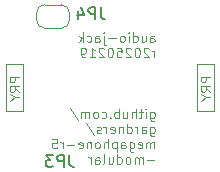
<source format=gbo>
G04 #@! TF.GenerationSoftware,KiCad,Pcbnew,9.0.1+1*
G04 #@! TF.CreationDate,2025-11-11T14:39:31+00:00*
G04 #@! TF.ProjectId,audio-jack,61756469-6f2d-46a6-9163-6b2e6b696361,rev?*
G04 #@! TF.SameCoordinates,Original*
G04 #@! TF.FileFunction,Legend,Bot*
G04 #@! TF.FilePolarity,Positive*
%FSLAX46Y46*%
G04 Gerber Fmt 4.6, Leading zero omitted, Abs format (unit mm)*
G04 Created by KiCad (PCBNEW 9.0.1+1) date 2025-11-11 14:39:31*
%MOMM*%
%LPD*%
G01*
G04 APERTURE LIST*
%ADD10C,0.100000*%
%ADD11C,0.150000*%
%ADD12C,0.120000*%
%ADD13C,1.900000*%
%ADD14R,2.000000X2.540000*%
G04 APERTURE END LIST*
D10*
X50556033Y-32865224D02*
X50556033Y-32446176D01*
X50556033Y-32446176D02*
X50594128Y-32369986D01*
X50594128Y-32369986D02*
X50670319Y-32331890D01*
X50670319Y-32331890D02*
X50822700Y-32331890D01*
X50822700Y-32331890D02*
X50898890Y-32369986D01*
X50556033Y-32827129D02*
X50632224Y-32865224D01*
X50632224Y-32865224D02*
X50822700Y-32865224D01*
X50822700Y-32865224D02*
X50898890Y-32827129D01*
X50898890Y-32827129D02*
X50936986Y-32750938D01*
X50936986Y-32750938D02*
X50936986Y-32674748D01*
X50936986Y-32674748D02*
X50898890Y-32598557D01*
X50898890Y-32598557D02*
X50822700Y-32560462D01*
X50822700Y-32560462D02*
X50632224Y-32560462D01*
X50632224Y-32560462D02*
X50556033Y-32522367D01*
X49832223Y-32331890D02*
X49832223Y-32865224D01*
X50175080Y-32331890D02*
X50175080Y-32750938D01*
X50175080Y-32750938D02*
X50136985Y-32827129D01*
X50136985Y-32827129D02*
X50060795Y-32865224D01*
X50060795Y-32865224D02*
X49946509Y-32865224D01*
X49946509Y-32865224D02*
X49870318Y-32827129D01*
X49870318Y-32827129D02*
X49832223Y-32789033D01*
X49108413Y-32865224D02*
X49108413Y-32065224D01*
X49108413Y-32827129D02*
X49184604Y-32865224D01*
X49184604Y-32865224D02*
X49336985Y-32865224D01*
X49336985Y-32865224D02*
X49413175Y-32827129D01*
X49413175Y-32827129D02*
X49451270Y-32789033D01*
X49451270Y-32789033D02*
X49489366Y-32712843D01*
X49489366Y-32712843D02*
X49489366Y-32484271D01*
X49489366Y-32484271D02*
X49451270Y-32408081D01*
X49451270Y-32408081D02*
X49413175Y-32369986D01*
X49413175Y-32369986D02*
X49336985Y-32331890D01*
X49336985Y-32331890D02*
X49184604Y-32331890D01*
X49184604Y-32331890D02*
X49108413Y-32369986D01*
X48727460Y-32865224D02*
X48727460Y-32331890D01*
X48727460Y-32065224D02*
X48765556Y-32103319D01*
X48765556Y-32103319D02*
X48727460Y-32141414D01*
X48727460Y-32141414D02*
X48689365Y-32103319D01*
X48689365Y-32103319D02*
X48727460Y-32065224D01*
X48727460Y-32065224D02*
X48727460Y-32141414D01*
X48232223Y-32865224D02*
X48308413Y-32827129D01*
X48308413Y-32827129D02*
X48346508Y-32789033D01*
X48346508Y-32789033D02*
X48384604Y-32712843D01*
X48384604Y-32712843D02*
X48384604Y-32484271D01*
X48384604Y-32484271D02*
X48346508Y-32408081D01*
X48346508Y-32408081D02*
X48308413Y-32369986D01*
X48308413Y-32369986D02*
X48232223Y-32331890D01*
X48232223Y-32331890D02*
X48117937Y-32331890D01*
X48117937Y-32331890D02*
X48041746Y-32369986D01*
X48041746Y-32369986D02*
X48003651Y-32408081D01*
X48003651Y-32408081D02*
X47965556Y-32484271D01*
X47965556Y-32484271D02*
X47965556Y-32712843D01*
X47965556Y-32712843D02*
X48003651Y-32789033D01*
X48003651Y-32789033D02*
X48041746Y-32827129D01*
X48041746Y-32827129D02*
X48117937Y-32865224D01*
X48117937Y-32865224D02*
X48232223Y-32865224D01*
X47622698Y-32560462D02*
X47013175Y-32560462D01*
X46632222Y-32331890D02*
X46632222Y-33017605D01*
X46632222Y-33017605D02*
X46670318Y-33093795D01*
X46670318Y-33093795D02*
X46746508Y-33131890D01*
X46746508Y-33131890D02*
X46784603Y-33131890D01*
X46632222Y-32065224D02*
X46670318Y-32103319D01*
X46670318Y-32103319D02*
X46632222Y-32141414D01*
X46632222Y-32141414D02*
X46594127Y-32103319D01*
X46594127Y-32103319D02*
X46632222Y-32065224D01*
X46632222Y-32065224D02*
X46632222Y-32141414D01*
X45908413Y-32865224D02*
X45908413Y-32446176D01*
X45908413Y-32446176D02*
X45946508Y-32369986D01*
X45946508Y-32369986D02*
X46022699Y-32331890D01*
X46022699Y-32331890D02*
X46175080Y-32331890D01*
X46175080Y-32331890D02*
X46251270Y-32369986D01*
X45908413Y-32827129D02*
X45984604Y-32865224D01*
X45984604Y-32865224D02*
X46175080Y-32865224D01*
X46175080Y-32865224D02*
X46251270Y-32827129D01*
X46251270Y-32827129D02*
X46289366Y-32750938D01*
X46289366Y-32750938D02*
X46289366Y-32674748D01*
X46289366Y-32674748D02*
X46251270Y-32598557D01*
X46251270Y-32598557D02*
X46175080Y-32560462D01*
X46175080Y-32560462D02*
X45984604Y-32560462D01*
X45984604Y-32560462D02*
X45908413Y-32522367D01*
X45184603Y-32827129D02*
X45260794Y-32865224D01*
X45260794Y-32865224D02*
X45413175Y-32865224D01*
X45413175Y-32865224D02*
X45489365Y-32827129D01*
X45489365Y-32827129D02*
X45527460Y-32789033D01*
X45527460Y-32789033D02*
X45565556Y-32712843D01*
X45565556Y-32712843D02*
X45565556Y-32484271D01*
X45565556Y-32484271D02*
X45527460Y-32408081D01*
X45527460Y-32408081D02*
X45489365Y-32369986D01*
X45489365Y-32369986D02*
X45413175Y-32331890D01*
X45413175Y-32331890D02*
X45260794Y-32331890D01*
X45260794Y-32331890D02*
X45184603Y-32369986D01*
X44841746Y-32865224D02*
X44841746Y-32065224D01*
X44765556Y-32560462D02*
X44536984Y-32865224D01*
X44536984Y-32331890D02*
X44841746Y-32636652D01*
X50898890Y-34153179D02*
X50898890Y-33619845D01*
X50898890Y-33772226D02*
X50860795Y-33696036D01*
X50860795Y-33696036D02*
X50822700Y-33657941D01*
X50822700Y-33657941D02*
X50746509Y-33619845D01*
X50746509Y-33619845D02*
X50670319Y-33619845D01*
X50441748Y-33429369D02*
X50403652Y-33391274D01*
X50403652Y-33391274D02*
X50327462Y-33353179D01*
X50327462Y-33353179D02*
X50136986Y-33353179D01*
X50136986Y-33353179D02*
X50060795Y-33391274D01*
X50060795Y-33391274D02*
X50022700Y-33429369D01*
X50022700Y-33429369D02*
X49984605Y-33505560D01*
X49984605Y-33505560D02*
X49984605Y-33581750D01*
X49984605Y-33581750D02*
X50022700Y-33696036D01*
X50022700Y-33696036D02*
X50479843Y-34153179D01*
X50479843Y-34153179D02*
X49984605Y-34153179D01*
X49489366Y-33353179D02*
X49413176Y-33353179D01*
X49413176Y-33353179D02*
X49336985Y-33391274D01*
X49336985Y-33391274D02*
X49298890Y-33429369D01*
X49298890Y-33429369D02*
X49260795Y-33505560D01*
X49260795Y-33505560D02*
X49222700Y-33657941D01*
X49222700Y-33657941D02*
X49222700Y-33848417D01*
X49222700Y-33848417D02*
X49260795Y-34000798D01*
X49260795Y-34000798D02*
X49298890Y-34076988D01*
X49298890Y-34076988D02*
X49336985Y-34115084D01*
X49336985Y-34115084D02*
X49413176Y-34153179D01*
X49413176Y-34153179D02*
X49489366Y-34153179D01*
X49489366Y-34153179D02*
X49565557Y-34115084D01*
X49565557Y-34115084D02*
X49603652Y-34076988D01*
X49603652Y-34076988D02*
X49641747Y-34000798D01*
X49641747Y-34000798D02*
X49679843Y-33848417D01*
X49679843Y-33848417D02*
X49679843Y-33657941D01*
X49679843Y-33657941D02*
X49641747Y-33505560D01*
X49641747Y-33505560D02*
X49603652Y-33429369D01*
X49603652Y-33429369D02*
X49565557Y-33391274D01*
X49565557Y-33391274D02*
X49489366Y-33353179D01*
X48917938Y-33429369D02*
X48879842Y-33391274D01*
X48879842Y-33391274D02*
X48803652Y-33353179D01*
X48803652Y-33353179D02*
X48613176Y-33353179D01*
X48613176Y-33353179D02*
X48536985Y-33391274D01*
X48536985Y-33391274D02*
X48498890Y-33429369D01*
X48498890Y-33429369D02*
X48460795Y-33505560D01*
X48460795Y-33505560D02*
X48460795Y-33581750D01*
X48460795Y-33581750D02*
X48498890Y-33696036D01*
X48498890Y-33696036D02*
X48956033Y-34153179D01*
X48956033Y-34153179D02*
X48460795Y-34153179D01*
X47736985Y-33353179D02*
X48117937Y-33353179D01*
X48117937Y-33353179D02*
X48156033Y-33734131D01*
X48156033Y-33734131D02*
X48117937Y-33696036D01*
X48117937Y-33696036D02*
X48041747Y-33657941D01*
X48041747Y-33657941D02*
X47851271Y-33657941D01*
X47851271Y-33657941D02*
X47775080Y-33696036D01*
X47775080Y-33696036D02*
X47736985Y-33734131D01*
X47736985Y-33734131D02*
X47698890Y-33810322D01*
X47698890Y-33810322D02*
X47698890Y-34000798D01*
X47698890Y-34000798D02*
X47736985Y-34076988D01*
X47736985Y-34076988D02*
X47775080Y-34115084D01*
X47775080Y-34115084D02*
X47851271Y-34153179D01*
X47851271Y-34153179D02*
X48041747Y-34153179D01*
X48041747Y-34153179D02*
X48117937Y-34115084D01*
X48117937Y-34115084D02*
X48156033Y-34076988D01*
X47203651Y-33353179D02*
X47127461Y-33353179D01*
X47127461Y-33353179D02*
X47051270Y-33391274D01*
X47051270Y-33391274D02*
X47013175Y-33429369D01*
X47013175Y-33429369D02*
X46975080Y-33505560D01*
X46975080Y-33505560D02*
X46936985Y-33657941D01*
X46936985Y-33657941D02*
X46936985Y-33848417D01*
X46936985Y-33848417D02*
X46975080Y-34000798D01*
X46975080Y-34000798D02*
X47013175Y-34076988D01*
X47013175Y-34076988D02*
X47051270Y-34115084D01*
X47051270Y-34115084D02*
X47127461Y-34153179D01*
X47127461Y-34153179D02*
X47203651Y-34153179D01*
X47203651Y-34153179D02*
X47279842Y-34115084D01*
X47279842Y-34115084D02*
X47317937Y-34076988D01*
X47317937Y-34076988D02*
X47356032Y-34000798D01*
X47356032Y-34000798D02*
X47394128Y-33848417D01*
X47394128Y-33848417D02*
X47394128Y-33657941D01*
X47394128Y-33657941D02*
X47356032Y-33505560D01*
X47356032Y-33505560D02*
X47317937Y-33429369D01*
X47317937Y-33429369D02*
X47279842Y-33391274D01*
X47279842Y-33391274D02*
X47203651Y-33353179D01*
X46632223Y-33429369D02*
X46594127Y-33391274D01*
X46594127Y-33391274D02*
X46517937Y-33353179D01*
X46517937Y-33353179D02*
X46327461Y-33353179D01*
X46327461Y-33353179D02*
X46251270Y-33391274D01*
X46251270Y-33391274D02*
X46213175Y-33429369D01*
X46213175Y-33429369D02*
X46175080Y-33505560D01*
X46175080Y-33505560D02*
X46175080Y-33581750D01*
X46175080Y-33581750D02*
X46213175Y-33696036D01*
X46213175Y-33696036D02*
X46670318Y-34153179D01*
X46670318Y-34153179D02*
X46175080Y-34153179D01*
X45413175Y-34153179D02*
X45870318Y-34153179D01*
X45641746Y-34153179D02*
X45641746Y-33353179D01*
X45641746Y-33353179D02*
X45717937Y-33467464D01*
X45717937Y-33467464D02*
X45794127Y-33543655D01*
X45794127Y-33543655D02*
X45870318Y-33581750D01*
X45032222Y-34153179D02*
X44879841Y-34153179D01*
X44879841Y-34153179D02*
X44803651Y-34115084D01*
X44803651Y-34115084D02*
X44765555Y-34076988D01*
X44765555Y-34076988D02*
X44689365Y-33962703D01*
X44689365Y-33962703D02*
X44651270Y-33810322D01*
X44651270Y-33810322D02*
X44651270Y-33505560D01*
X44651270Y-33505560D02*
X44689365Y-33429369D01*
X44689365Y-33429369D02*
X44727460Y-33391274D01*
X44727460Y-33391274D02*
X44803651Y-33353179D01*
X44803651Y-33353179D02*
X44956032Y-33353179D01*
X44956032Y-33353179D02*
X45032222Y-33391274D01*
X45032222Y-33391274D02*
X45070317Y-33429369D01*
X45070317Y-33429369D02*
X45108413Y-33505560D01*
X45108413Y-33505560D02*
X45108413Y-33696036D01*
X45108413Y-33696036D02*
X45070317Y-33772226D01*
X45070317Y-33772226D02*
X45032222Y-33810322D01*
X45032222Y-33810322D02*
X44956032Y-33848417D01*
X44956032Y-33848417D02*
X44803651Y-33848417D01*
X44803651Y-33848417D02*
X44727460Y-33810322D01*
X44727460Y-33810322D02*
X44689365Y-33772226D01*
X44689365Y-33772226D02*
X44651270Y-33696036D01*
X50556033Y-38771665D02*
X50556033Y-39419284D01*
X50556033Y-39419284D02*
X50594128Y-39495475D01*
X50594128Y-39495475D02*
X50632224Y-39533570D01*
X50632224Y-39533570D02*
X50708414Y-39571665D01*
X50708414Y-39571665D02*
X50822700Y-39571665D01*
X50822700Y-39571665D02*
X50898890Y-39533570D01*
X50556033Y-39266904D02*
X50632224Y-39304999D01*
X50632224Y-39304999D02*
X50784605Y-39304999D01*
X50784605Y-39304999D02*
X50860795Y-39266904D01*
X50860795Y-39266904D02*
X50898890Y-39228808D01*
X50898890Y-39228808D02*
X50936986Y-39152618D01*
X50936986Y-39152618D02*
X50936986Y-38924046D01*
X50936986Y-38924046D02*
X50898890Y-38847856D01*
X50898890Y-38847856D02*
X50860795Y-38809761D01*
X50860795Y-38809761D02*
X50784605Y-38771665D01*
X50784605Y-38771665D02*
X50632224Y-38771665D01*
X50632224Y-38771665D02*
X50556033Y-38809761D01*
X50175080Y-39304999D02*
X50175080Y-38771665D01*
X50175080Y-38504999D02*
X50213176Y-38543094D01*
X50213176Y-38543094D02*
X50175080Y-38581189D01*
X50175080Y-38581189D02*
X50136985Y-38543094D01*
X50136985Y-38543094D02*
X50175080Y-38504999D01*
X50175080Y-38504999D02*
X50175080Y-38581189D01*
X49908414Y-38771665D02*
X49603652Y-38771665D01*
X49794128Y-38504999D02*
X49794128Y-39190713D01*
X49794128Y-39190713D02*
X49756033Y-39266904D01*
X49756033Y-39266904D02*
X49679843Y-39304999D01*
X49679843Y-39304999D02*
X49603652Y-39304999D01*
X49336985Y-39304999D02*
X49336985Y-38504999D01*
X48994128Y-39304999D02*
X48994128Y-38885951D01*
X48994128Y-38885951D02*
X49032223Y-38809761D01*
X49032223Y-38809761D02*
X49108414Y-38771665D01*
X49108414Y-38771665D02*
X49222700Y-38771665D01*
X49222700Y-38771665D02*
X49298890Y-38809761D01*
X49298890Y-38809761D02*
X49336985Y-38847856D01*
X48270318Y-38771665D02*
X48270318Y-39304999D01*
X48613175Y-38771665D02*
X48613175Y-39190713D01*
X48613175Y-39190713D02*
X48575080Y-39266904D01*
X48575080Y-39266904D02*
X48498890Y-39304999D01*
X48498890Y-39304999D02*
X48384604Y-39304999D01*
X48384604Y-39304999D02*
X48308413Y-39266904D01*
X48308413Y-39266904D02*
X48270318Y-39228808D01*
X47889365Y-39304999D02*
X47889365Y-38504999D01*
X47889365Y-38809761D02*
X47813175Y-38771665D01*
X47813175Y-38771665D02*
X47660794Y-38771665D01*
X47660794Y-38771665D02*
X47584603Y-38809761D01*
X47584603Y-38809761D02*
X47546508Y-38847856D01*
X47546508Y-38847856D02*
X47508413Y-38924046D01*
X47508413Y-38924046D02*
X47508413Y-39152618D01*
X47508413Y-39152618D02*
X47546508Y-39228808D01*
X47546508Y-39228808D02*
X47584603Y-39266904D01*
X47584603Y-39266904D02*
X47660794Y-39304999D01*
X47660794Y-39304999D02*
X47813175Y-39304999D01*
X47813175Y-39304999D02*
X47889365Y-39266904D01*
X47165555Y-39228808D02*
X47127460Y-39266904D01*
X47127460Y-39266904D02*
X47165555Y-39304999D01*
X47165555Y-39304999D02*
X47203651Y-39266904D01*
X47203651Y-39266904D02*
X47165555Y-39228808D01*
X47165555Y-39228808D02*
X47165555Y-39304999D01*
X46441746Y-39266904D02*
X46517937Y-39304999D01*
X46517937Y-39304999D02*
X46670318Y-39304999D01*
X46670318Y-39304999D02*
X46746508Y-39266904D01*
X46746508Y-39266904D02*
X46784603Y-39228808D01*
X46784603Y-39228808D02*
X46822699Y-39152618D01*
X46822699Y-39152618D02*
X46822699Y-38924046D01*
X46822699Y-38924046D02*
X46784603Y-38847856D01*
X46784603Y-38847856D02*
X46746508Y-38809761D01*
X46746508Y-38809761D02*
X46670318Y-38771665D01*
X46670318Y-38771665D02*
X46517937Y-38771665D01*
X46517937Y-38771665D02*
X46441746Y-38809761D01*
X45984604Y-39304999D02*
X46060794Y-39266904D01*
X46060794Y-39266904D02*
X46098889Y-39228808D01*
X46098889Y-39228808D02*
X46136985Y-39152618D01*
X46136985Y-39152618D02*
X46136985Y-38924046D01*
X46136985Y-38924046D02*
X46098889Y-38847856D01*
X46098889Y-38847856D02*
X46060794Y-38809761D01*
X46060794Y-38809761D02*
X45984604Y-38771665D01*
X45984604Y-38771665D02*
X45870318Y-38771665D01*
X45870318Y-38771665D02*
X45794127Y-38809761D01*
X45794127Y-38809761D02*
X45756032Y-38847856D01*
X45756032Y-38847856D02*
X45717937Y-38924046D01*
X45717937Y-38924046D02*
X45717937Y-39152618D01*
X45717937Y-39152618D02*
X45756032Y-39228808D01*
X45756032Y-39228808D02*
X45794127Y-39266904D01*
X45794127Y-39266904D02*
X45870318Y-39304999D01*
X45870318Y-39304999D02*
X45984604Y-39304999D01*
X45375079Y-39304999D02*
X45375079Y-38771665D01*
X45375079Y-38847856D02*
X45336984Y-38809761D01*
X45336984Y-38809761D02*
X45260794Y-38771665D01*
X45260794Y-38771665D02*
X45146508Y-38771665D01*
X45146508Y-38771665D02*
X45070317Y-38809761D01*
X45070317Y-38809761D02*
X45032222Y-38885951D01*
X45032222Y-38885951D02*
X45032222Y-39304999D01*
X45032222Y-38885951D02*
X44994127Y-38809761D01*
X44994127Y-38809761D02*
X44917936Y-38771665D01*
X44917936Y-38771665D02*
X44803651Y-38771665D01*
X44803651Y-38771665D02*
X44727460Y-38809761D01*
X44727460Y-38809761D02*
X44689365Y-38885951D01*
X44689365Y-38885951D02*
X44689365Y-39304999D01*
X43736984Y-38466904D02*
X44422698Y-39495475D01*
X50556033Y-40059620D02*
X50556033Y-40707239D01*
X50556033Y-40707239D02*
X50594128Y-40783430D01*
X50594128Y-40783430D02*
X50632224Y-40821525D01*
X50632224Y-40821525D02*
X50708414Y-40859620D01*
X50708414Y-40859620D02*
X50822700Y-40859620D01*
X50822700Y-40859620D02*
X50898890Y-40821525D01*
X50556033Y-40554859D02*
X50632224Y-40592954D01*
X50632224Y-40592954D02*
X50784605Y-40592954D01*
X50784605Y-40592954D02*
X50860795Y-40554859D01*
X50860795Y-40554859D02*
X50898890Y-40516763D01*
X50898890Y-40516763D02*
X50936986Y-40440573D01*
X50936986Y-40440573D02*
X50936986Y-40212001D01*
X50936986Y-40212001D02*
X50898890Y-40135811D01*
X50898890Y-40135811D02*
X50860795Y-40097716D01*
X50860795Y-40097716D02*
X50784605Y-40059620D01*
X50784605Y-40059620D02*
X50632224Y-40059620D01*
X50632224Y-40059620D02*
X50556033Y-40097716D01*
X49832223Y-40592954D02*
X49832223Y-40173906D01*
X49832223Y-40173906D02*
X49870318Y-40097716D01*
X49870318Y-40097716D02*
X49946509Y-40059620D01*
X49946509Y-40059620D02*
X50098890Y-40059620D01*
X50098890Y-40059620D02*
X50175080Y-40097716D01*
X49832223Y-40554859D02*
X49908414Y-40592954D01*
X49908414Y-40592954D02*
X50098890Y-40592954D01*
X50098890Y-40592954D02*
X50175080Y-40554859D01*
X50175080Y-40554859D02*
X50213176Y-40478668D01*
X50213176Y-40478668D02*
X50213176Y-40402478D01*
X50213176Y-40402478D02*
X50175080Y-40326287D01*
X50175080Y-40326287D02*
X50098890Y-40288192D01*
X50098890Y-40288192D02*
X49908414Y-40288192D01*
X49908414Y-40288192D02*
X49832223Y-40250097D01*
X49451270Y-40592954D02*
X49451270Y-40059620D01*
X49451270Y-40212001D02*
X49413175Y-40135811D01*
X49413175Y-40135811D02*
X49375080Y-40097716D01*
X49375080Y-40097716D02*
X49298889Y-40059620D01*
X49298889Y-40059620D02*
X49222699Y-40059620D01*
X48613175Y-40592954D02*
X48613175Y-39792954D01*
X48613175Y-40554859D02*
X48689366Y-40592954D01*
X48689366Y-40592954D02*
X48841747Y-40592954D01*
X48841747Y-40592954D02*
X48917937Y-40554859D01*
X48917937Y-40554859D02*
X48956032Y-40516763D01*
X48956032Y-40516763D02*
X48994128Y-40440573D01*
X48994128Y-40440573D02*
X48994128Y-40212001D01*
X48994128Y-40212001D02*
X48956032Y-40135811D01*
X48956032Y-40135811D02*
X48917937Y-40097716D01*
X48917937Y-40097716D02*
X48841747Y-40059620D01*
X48841747Y-40059620D02*
X48689366Y-40059620D01*
X48689366Y-40059620D02*
X48613175Y-40097716D01*
X48232222Y-40059620D02*
X48232222Y-40592954D01*
X48232222Y-40135811D02*
X48194127Y-40097716D01*
X48194127Y-40097716D02*
X48117937Y-40059620D01*
X48117937Y-40059620D02*
X48003651Y-40059620D01*
X48003651Y-40059620D02*
X47927460Y-40097716D01*
X47927460Y-40097716D02*
X47889365Y-40173906D01*
X47889365Y-40173906D02*
X47889365Y-40592954D01*
X47203650Y-40554859D02*
X47279841Y-40592954D01*
X47279841Y-40592954D02*
X47432222Y-40592954D01*
X47432222Y-40592954D02*
X47508412Y-40554859D01*
X47508412Y-40554859D02*
X47546508Y-40478668D01*
X47546508Y-40478668D02*
X47546508Y-40173906D01*
X47546508Y-40173906D02*
X47508412Y-40097716D01*
X47508412Y-40097716D02*
X47432222Y-40059620D01*
X47432222Y-40059620D02*
X47279841Y-40059620D01*
X47279841Y-40059620D02*
X47203650Y-40097716D01*
X47203650Y-40097716D02*
X47165555Y-40173906D01*
X47165555Y-40173906D02*
X47165555Y-40250097D01*
X47165555Y-40250097D02*
X47546508Y-40326287D01*
X46822698Y-40592954D02*
X46822698Y-40059620D01*
X46822698Y-40212001D02*
X46784603Y-40135811D01*
X46784603Y-40135811D02*
X46746508Y-40097716D01*
X46746508Y-40097716D02*
X46670317Y-40059620D01*
X46670317Y-40059620D02*
X46594127Y-40059620D01*
X46365556Y-40554859D02*
X46289365Y-40592954D01*
X46289365Y-40592954D02*
X46136984Y-40592954D01*
X46136984Y-40592954D02*
X46060794Y-40554859D01*
X46060794Y-40554859D02*
X46022698Y-40478668D01*
X46022698Y-40478668D02*
X46022698Y-40440573D01*
X46022698Y-40440573D02*
X46060794Y-40364382D01*
X46060794Y-40364382D02*
X46136984Y-40326287D01*
X46136984Y-40326287D02*
X46251270Y-40326287D01*
X46251270Y-40326287D02*
X46327460Y-40288192D01*
X46327460Y-40288192D02*
X46365556Y-40212001D01*
X46365556Y-40212001D02*
X46365556Y-40173906D01*
X46365556Y-40173906D02*
X46327460Y-40097716D01*
X46327460Y-40097716D02*
X46251270Y-40059620D01*
X46251270Y-40059620D02*
X46136984Y-40059620D01*
X46136984Y-40059620D02*
X46060794Y-40097716D01*
X45108413Y-39754859D02*
X45794127Y-40783430D01*
X50898890Y-41880909D02*
X50898890Y-41347575D01*
X50898890Y-41423766D02*
X50860795Y-41385671D01*
X50860795Y-41385671D02*
X50784605Y-41347575D01*
X50784605Y-41347575D02*
X50670319Y-41347575D01*
X50670319Y-41347575D02*
X50594128Y-41385671D01*
X50594128Y-41385671D02*
X50556033Y-41461861D01*
X50556033Y-41461861D02*
X50556033Y-41880909D01*
X50556033Y-41461861D02*
X50517938Y-41385671D01*
X50517938Y-41385671D02*
X50441747Y-41347575D01*
X50441747Y-41347575D02*
X50327462Y-41347575D01*
X50327462Y-41347575D02*
X50251271Y-41385671D01*
X50251271Y-41385671D02*
X50213176Y-41461861D01*
X50213176Y-41461861D02*
X50213176Y-41880909D01*
X49527461Y-41842814D02*
X49603652Y-41880909D01*
X49603652Y-41880909D02*
X49756033Y-41880909D01*
X49756033Y-41880909D02*
X49832223Y-41842814D01*
X49832223Y-41842814D02*
X49870319Y-41766623D01*
X49870319Y-41766623D02*
X49870319Y-41461861D01*
X49870319Y-41461861D02*
X49832223Y-41385671D01*
X49832223Y-41385671D02*
X49756033Y-41347575D01*
X49756033Y-41347575D02*
X49603652Y-41347575D01*
X49603652Y-41347575D02*
X49527461Y-41385671D01*
X49527461Y-41385671D02*
X49489366Y-41461861D01*
X49489366Y-41461861D02*
X49489366Y-41538052D01*
X49489366Y-41538052D02*
X49870319Y-41614242D01*
X48803652Y-41347575D02*
X48803652Y-41995194D01*
X48803652Y-41995194D02*
X48841747Y-42071385D01*
X48841747Y-42071385D02*
X48879843Y-42109480D01*
X48879843Y-42109480D02*
X48956033Y-42147575D01*
X48956033Y-42147575D02*
X49070319Y-42147575D01*
X49070319Y-42147575D02*
X49146509Y-42109480D01*
X48803652Y-41842814D02*
X48879843Y-41880909D01*
X48879843Y-41880909D02*
X49032224Y-41880909D01*
X49032224Y-41880909D02*
X49108414Y-41842814D01*
X49108414Y-41842814D02*
X49146509Y-41804718D01*
X49146509Y-41804718D02*
X49184605Y-41728528D01*
X49184605Y-41728528D02*
X49184605Y-41499956D01*
X49184605Y-41499956D02*
X49146509Y-41423766D01*
X49146509Y-41423766D02*
X49108414Y-41385671D01*
X49108414Y-41385671D02*
X49032224Y-41347575D01*
X49032224Y-41347575D02*
X48879843Y-41347575D01*
X48879843Y-41347575D02*
X48803652Y-41385671D01*
X48079842Y-41880909D02*
X48079842Y-41461861D01*
X48079842Y-41461861D02*
X48117937Y-41385671D01*
X48117937Y-41385671D02*
X48194128Y-41347575D01*
X48194128Y-41347575D02*
X48346509Y-41347575D01*
X48346509Y-41347575D02*
X48422699Y-41385671D01*
X48079842Y-41842814D02*
X48156033Y-41880909D01*
X48156033Y-41880909D02*
X48346509Y-41880909D01*
X48346509Y-41880909D02*
X48422699Y-41842814D01*
X48422699Y-41842814D02*
X48460795Y-41766623D01*
X48460795Y-41766623D02*
X48460795Y-41690433D01*
X48460795Y-41690433D02*
X48422699Y-41614242D01*
X48422699Y-41614242D02*
X48346509Y-41576147D01*
X48346509Y-41576147D02*
X48156033Y-41576147D01*
X48156033Y-41576147D02*
X48079842Y-41538052D01*
X47698889Y-41347575D02*
X47698889Y-42147575D01*
X47698889Y-41385671D02*
X47622699Y-41347575D01*
X47622699Y-41347575D02*
X47470318Y-41347575D01*
X47470318Y-41347575D02*
X47394127Y-41385671D01*
X47394127Y-41385671D02*
X47356032Y-41423766D01*
X47356032Y-41423766D02*
X47317937Y-41499956D01*
X47317937Y-41499956D02*
X47317937Y-41728528D01*
X47317937Y-41728528D02*
X47356032Y-41804718D01*
X47356032Y-41804718D02*
X47394127Y-41842814D01*
X47394127Y-41842814D02*
X47470318Y-41880909D01*
X47470318Y-41880909D02*
X47622699Y-41880909D01*
X47622699Y-41880909D02*
X47698889Y-41842814D01*
X46975079Y-41880909D02*
X46975079Y-41080909D01*
X46632222Y-41880909D02*
X46632222Y-41461861D01*
X46632222Y-41461861D02*
X46670317Y-41385671D01*
X46670317Y-41385671D02*
X46746508Y-41347575D01*
X46746508Y-41347575D02*
X46860794Y-41347575D01*
X46860794Y-41347575D02*
X46936984Y-41385671D01*
X46936984Y-41385671D02*
X46975079Y-41423766D01*
X46136984Y-41880909D02*
X46213174Y-41842814D01*
X46213174Y-41842814D02*
X46251269Y-41804718D01*
X46251269Y-41804718D02*
X46289365Y-41728528D01*
X46289365Y-41728528D02*
X46289365Y-41499956D01*
X46289365Y-41499956D02*
X46251269Y-41423766D01*
X46251269Y-41423766D02*
X46213174Y-41385671D01*
X46213174Y-41385671D02*
X46136984Y-41347575D01*
X46136984Y-41347575D02*
X46022698Y-41347575D01*
X46022698Y-41347575D02*
X45946507Y-41385671D01*
X45946507Y-41385671D02*
X45908412Y-41423766D01*
X45908412Y-41423766D02*
X45870317Y-41499956D01*
X45870317Y-41499956D02*
X45870317Y-41728528D01*
X45870317Y-41728528D02*
X45908412Y-41804718D01*
X45908412Y-41804718D02*
X45946507Y-41842814D01*
X45946507Y-41842814D02*
X46022698Y-41880909D01*
X46022698Y-41880909D02*
X46136984Y-41880909D01*
X45527459Y-41347575D02*
X45527459Y-41880909D01*
X45527459Y-41423766D02*
X45489364Y-41385671D01*
X45489364Y-41385671D02*
X45413174Y-41347575D01*
X45413174Y-41347575D02*
X45298888Y-41347575D01*
X45298888Y-41347575D02*
X45222697Y-41385671D01*
X45222697Y-41385671D02*
X45184602Y-41461861D01*
X45184602Y-41461861D02*
X45184602Y-41880909D01*
X44498887Y-41842814D02*
X44575078Y-41880909D01*
X44575078Y-41880909D02*
X44727459Y-41880909D01*
X44727459Y-41880909D02*
X44803649Y-41842814D01*
X44803649Y-41842814D02*
X44841745Y-41766623D01*
X44841745Y-41766623D02*
X44841745Y-41461861D01*
X44841745Y-41461861D02*
X44803649Y-41385671D01*
X44803649Y-41385671D02*
X44727459Y-41347575D01*
X44727459Y-41347575D02*
X44575078Y-41347575D01*
X44575078Y-41347575D02*
X44498887Y-41385671D01*
X44498887Y-41385671D02*
X44460792Y-41461861D01*
X44460792Y-41461861D02*
X44460792Y-41538052D01*
X44460792Y-41538052D02*
X44841745Y-41614242D01*
X44117935Y-41576147D02*
X43508412Y-41576147D01*
X43127459Y-41880909D02*
X43127459Y-41347575D01*
X43127459Y-41499956D02*
X43089364Y-41423766D01*
X43089364Y-41423766D02*
X43051269Y-41385671D01*
X43051269Y-41385671D02*
X42975078Y-41347575D01*
X42975078Y-41347575D02*
X42898888Y-41347575D01*
X42251269Y-41080909D02*
X42632221Y-41080909D01*
X42632221Y-41080909D02*
X42670317Y-41461861D01*
X42670317Y-41461861D02*
X42632221Y-41423766D01*
X42632221Y-41423766D02*
X42556031Y-41385671D01*
X42556031Y-41385671D02*
X42365555Y-41385671D01*
X42365555Y-41385671D02*
X42289364Y-41423766D01*
X42289364Y-41423766D02*
X42251269Y-41461861D01*
X42251269Y-41461861D02*
X42213174Y-41538052D01*
X42213174Y-41538052D02*
X42213174Y-41728528D01*
X42213174Y-41728528D02*
X42251269Y-41804718D01*
X42251269Y-41804718D02*
X42289364Y-41842814D01*
X42289364Y-41842814D02*
X42365555Y-41880909D01*
X42365555Y-41880909D02*
X42556031Y-41880909D01*
X42556031Y-41880909D02*
X42632221Y-41842814D01*
X42632221Y-41842814D02*
X42670317Y-41804718D01*
X50898890Y-42864102D02*
X50289367Y-42864102D01*
X49908414Y-43168864D02*
X49908414Y-42635530D01*
X49908414Y-42711721D02*
X49870319Y-42673626D01*
X49870319Y-42673626D02*
X49794129Y-42635530D01*
X49794129Y-42635530D02*
X49679843Y-42635530D01*
X49679843Y-42635530D02*
X49603652Y-42673626D01*
X49603652Y-42673626D02*
X49565557Y-42749816D01*
X49565557Y-42749816D02*
X49565557Y-43168864D01*
X49565557Y-42749816D02*
X49527462Y-42673626D01*
X49527462Y-42673626D02*
X49451271Y-42635530D01*
X49451271Y-42635530D02*
X49336986Y-42635530D01*
X49336986Y-42635530D02*
X49260795Y-42673626D01*
X49260795Y-42673626D02*
X49222700Y-42749816D01*
X49222700Y-42749816D02*
X49222700Y-43168864D01*
X48727462Y-43168864D02*
X48803652Y-43130769D01*
X48803652Y-43130769D02*
X48841747Y-43092673D01*
X48841747Y-43092673D02*
X48879843Y-43016483D01*
X48879843Y-43016483D02*
X48879843Y-42787911D01*
X48879843Y-42787911D02*
X48841747Y-42711721D01*
X48841747Y-42711721D02*
X48803652Y-42673626D01*
X48803652Y-42673626D02*
X48727462Y-42635530D01*
X48727462Y-42635530D02*
X48613176Y-42635530D01*
X48613176Y-42635530D02*
X48536985Y-42673626D01*
X48536985Y-42673626D02*
X48498890Y-42711721D01*
X48498890Y-42711721D02*
X48460795Y-42787911D01*
X48460795Y-42787911D02*
X48460795Y-43016483D01*
X48460795Y-43016483D02*
X48498890Y-43092673D01*
X48498890Y-43092673D02*
X48536985Y-43130769D01*
X48536985Y-43130769D02*
X48613176Y-43168864D01*
X48613176Y-43168864D02*
X48727462Y-43168864D01*
X47775080Y-43168864D02*
X47775080Y-42368864D01*
X47775080Y-43130769D02*
X47851271Y-43168864D01*
X47851271Y-43168864D02*
X48003652Y-43168864D01*
X48003652Y-43168864D02*
X48079842Y-43130769D01*
X48079842Y-43130769D02*
X48117937Y-43092673D01*
X48117937Y-43092673D02*
X48156033Y-43016483D01*
X48156033Y-43016483D02*
X48156033Y-42787911D01*
X48156033Y-42787911D02*
X48117937Y-42711721D01*
X48117937Y-42711721D02*
X48079842Y-42673626D01*
X48079842Y-42673626D02*
X48003652Y-42635530D01*
X48003652Y-42635530D02*
X47851271Y-42635530D01*
X47851271Y-42635530D02*
X47775080Y-42673626D01*
X47051270Y-42635530D02*
X47051270Y-43168864D01*
X47394127Y-42635530D02*
X47394127Y-43054578D01*
X47394127Y-43054578D02*
X47356032Y-43130769D01*
X47356032Y-43130769D02*
X47279842Y-43168864D01*
X47279842Y-43168864D02*
X47165556Y-43168864D01*
X47165556Y-43168864D02*
X47089365Y-43130769D01*
X47089365Y-43130769D02*
X47051270Y-43092673D01*
X46556032Y-43168864D02*
X46632222Y-43130769D01*
X46632222Y-43130769D02*
X46670317Y-43054578D01*
X46670317Y-43054578D02*
X46670317Y-42368864D01*
X45908412Y-43168864D02*
X45908412Y-42749816D01*
X45908412Y-42749816D02*
X45946507Y-42673626D01*
X45946507Y-42673626D02*
X46022698Y-42635530D01*
X46022698Y-42635530D02*
X46175079Y-42635530D01*
X46175079Y-42635530D02*
X46251269Y-42673626D01*
X45908412Y-43130769D02*
X45984603Y-43168864D01*
X45984603Y-43168864D02*
X46175079Y-43168864D01*
X46175079Y-43168864D02*
X46251269Y-43130769D01*
X46251269Y-43130769D02*
X46289365Y-43054578D01*
X46289365Y-43054578D02*
X46289365Y-42978388D01*
X46289365Y-42978388D02*
X46251269Y-42902197D01*
X46251269Y-42902197D02*
X46175079Y-42864102D01*
X46175079Y-42864102D02*
X45984603Y-42864102D01*
X45984603Y-42864102D02*
X45908412Y-42826007D01*
X45527459Y-43168864D02*
X45527459Y-42635530D01*
X45527459Y-42787911D02*
X45489364Y-42711721D01*
X45489364Y-42711721D02*
X45451269Y-42673626D01*
X45451269Y-42673626D02*
X45375078Y-42635530D01*
X45375078Y-42635530D02*
X45298888Y-42635530D01*
D11*
X43708489Y-42456788D02*
X43708489Y-43171073D01*
X43708489Y-43171073D02*
X43756108Y-43313930D01*
X43756108Y-43313930D02*
X43851346Y-43409169D01*
X43851346Y-43409169D02*
X43994203Y-43456788D01*
X43994203Y-43456788D02*
X44089441Y-43456788D01*
X43232298Y-43456788D02*
X43232298Y-42456788D01*
X43232298Y-42456788D02*
X42851346Y-42456788D01*
X42851346Y-42456788D02*
X42756108Y-42504407D01*
X42756108Y-42504407D02*
X42708489Y-42552026D01*
X42708489Y-42552026D02*
X42660870Y-42647264D01*
X42660870Y-42647264D02*
X42660870Y-42790121D01*
X42660870Y-42790121D02*
X42708489Y-42885359D01*
X42708489Y-42885359D02*
X42756108Y-42932978D01*
X42756108Y-42932978D02*
X42851346Y-42980597D01*
X42851346Y-42980597D02*
X43232298Y-42980597D01*
X42327536Y-42456788D02*
X41708489Y-42456788D01*
X41708489Y-42456788D02*
X42041822Y-42837740D01*
X42041822Y-42837740D02*
X41898965Y-42837740D01*
X41898965Y-42837740D02*
X41803727Y-42885359D01*
X41803727Y-42885359D02*
X41756108Y-42932978D01*
X41756108Y-42932978D02*
X41708489Y-43028216D01*
X41708489Y-43028216D02*
X41708489Y-43266311D01*
X41708489Y-43266311D02*
X41756108Y-43361549D01*
X41756108Y-43361549D02*
X41803727Y-43409169D01*
X41803727Y-43409169D02*
X41898965Y-43456788D01*
X41898965Y-43456788D02*
X42184679Y-43456788D01*
X42184679Y-43456788D02*
X42279917Y-43409169D01*
X42279917Y-43409169D02*
X42327536Y-43361549D01*
D10*
X55622051Y-35809588D02*
X54822051Y-35809588D01*
X54822051Y-35809588D02*
X54822051Y-36114350D01*
X54822051Y-36114350D02*
X54860146Y-36190540D01*
X54860146Y-36190540D02*
X54898241Y-36228635D01*
X54898241Y-36228635D02*
X54974432Y-36266731D01*
X54974432Y-36266731D02*
X55088717Y-36266731D01*
X55088717Y-36266731D02*
X55164908Y-36228635D01*
X55164908Y-36228635D02*
X55203003Y-36190540D01*
X55203003Y-36190540D02*
X55241098Y-36114350D01*
X55241098Y-36114350D02*
X55241098Y-35809588D01*
X55622051Y-37066731D02*
X55241098Y-36800064D01*
X55622051Y-36609588D02*
X54822051Y-36609588D01*
X54822051Y-36609588D02*
X54822051Y-36914350D01*
X54822051Y-36914350D02*
X54860146Y-36990540D01*
X54860146Y-36990540D02*
X54898241Y-37028635D01*
X54898241Y-37028635D02*
X54974432Y-37066731D01*
X54974432Y-37066731D02*
X55088717Y-37066731D01*
X55088717Y-37066731D02*
X55164908Y-37028635D01*
X55164908Y-37028635D02*
X55203003Y-36990540D01*
X55203003Y-36990540D02*
X55241098Y-36914350D01*
X55241098Y-36914350D02*
X55241098Y-36609588D01*
X55241098Y-37561969D02*
X55622051Y-37561969D01*
X54822051Y-37295302D02*
X55241098Y-37561969D01*
X55241098Y-37561969D02*
X54822051Y-37828635D01*
X39442051Y-35809588D02*
X38642051Y-35809588D01*
X38642051Y-35809588D02*
X38642051Y-36114350D01*
X38642051Y-36114350D02*
X38680146Y-36190540D01*
X38680146Y-36190540D02*
X38718241Y-36228635D01*
X38718241Y-36228635D02*
X38794432Y-36266731D01*
X38794432Y-36266731D02*
X38908717Y-36266731D01*
X38908717Y-36266731D02*
X38984908Y-36228635D01*
X38984908Y-36228635D02*
X39023003Y-36190540D01*
X39023003Y-36190540D02*
X39061098Y-36114350D01*
X39061098Y-36114350D02*
X39061098Y-35809588D01*
X39442051Y-37066731D02*
X39061098Y-36800064D01*
X39442051Y-36609588D02*
X38642051Y-36609588D01*
X38642051Y-36609588D02*
X38642051Y-36914350D01*
X38642051Y-36914350D02*
X38680146Y-36990540D01*
X38680146Y-36990540D02*
X38718241Y-37028635D01*
X38718241Y-37028635D02*
X38794432Y-37066731D01*
X38794432Y-37066731D02*
X38908717Y-37066731D01*
X38908717Y-37066731D02*
X38984908Y-37028635D01*
X38984908Y-37028635D02*
X39023003Y-36990540D01*
X39023003Y-36990540D02*
X39061098Y-36914350D01*
X39061098Y-36914350D02*
X39061098Y-36609588D01*
X39061098Y-37561969D02*
X39442051Y-37561969D01*
X38642051Y-37295302D02*
X39061098Y-37561969D01*
X39061098Y-37561969D02*
X38642051Y-37828635D01*
D11*
X46368489Y-29936788D02*
X46368489Y-30651073D01*
X46368489Y-30651073D02*
X46416108Y-30793930D01*
X46416108Y-30793930D02*
X46511346Y-30889169D01*
X46511346Y-30889169D02*
X46654203Y-30936788D01*
X46654203Y-30936788D02*
X46749441Y-30936788D01*
X45892298Y-30936788D02*
X45892298Y-29936788D01*
X45892298Y-29936788D02*
X45511346Y-29936788D01*
X45511346Y-29936788D02*
X45416108Y-29984407D01*
X45416108Y-29984407D02*
X45368489Y-30032026D01*
X45368489Y-30032026D02*
X45320870Y-30127264D01*
X45320870Y-30127264D02*
X45320870Y-30270121D01*
X45320870Y-30270121D02*
X45368489Y-30365359D01*
X45368489Y-30365359D02*
X45416108Y-30412978D01*
X45416108Y-30412978D02*
X45511346Y-30460597D01*
X45511346Y-30460597D02*
X45892298Y-30460597D01*
X44463727Y-30270121D02*
X44463727Y-30936788D01*
X44701822Y-29889169D02*
X44939917Y-30603454D01*
X44939917Y-30603454D02*
X44320870Y-30603454D01*
D10*
X39794156Y-38746210D02*
X38325156Y-38746210D01*
X38325156Y-34742453D01*
X39794156Y-34742453D01*
X39794156Y-38746210D01*
X54476156Y-38746210D02*
X55945156Y-38746210D01*
X55945156Y-34742453D01*
X54476156Y-34742453D01*
X54476156Y-38746210D01*
D12*
X40915156Y-30411969D02*
X40915156Y-31011969D01*
X41615156Y-31711969D02*
X43015156Y-31711969D01*
X43015156Y-29711969D02*
X41615156Y-29711969D01*
X43715156Y-31011969D02*
X43715156Y-30411969D01*
X40915156Y-30411969D02*
G75*
G02*
X41615156Y-29711969I699999J1D01*
G01*
X41615156Y-31711969D02*
G75*
G02*
X40915156Y-31011969I-1J699999D01*
G01*
X43015156Y-29711969D02*
G75*
G02*
X43715156Y-30411969I0J-700000D01*
G01*
X43715156Y-31011969D02*
G75*
G02*
X43015156Y-31711969I-700000J0D01*
G01*
%LPC*%
G36*
X42165156Y-31461969D02*
G01*
X42465156Y-31461969D01*
X42465156Y-29961969D01*
X42165156Y-29961969D01*
X42165156Y-31461969D01*
G37*
D13*
X44365156Y-36461969D03*
X51365156Y-36461969D03*
D14*
X39515156Y-44261969D03*
G36*
G01*
X39140156Y-41936969D02*
X39890156Y-41936969D01*
G75*
G02*
X40140156Y-42186969I0J-250000D01*
G01*
X40140156Y-42936969D01*
G75*
G02*
X39890156Y-43186969I-250000J0D01*
G01*
X39140156Y-43186969D01*
G75*
G02*
X38890156Y-42936969I0J250000D01*
G01*
X38890156Y-42186969D01*
G75*
G02*
X39140156Y-41936969I250000J0D01*
G01*
G37*
X54755156Y-44261969D03*
G36*
G01*
X54380156Y-41936969D02*
X55130156Y-41936969D01*
G75*
G02*
X55380156Y-42186969I0J-250000D01*
G01*
X55380156Y-42936969D01*
G75*
G02*
X55130156Y-43186969I-250000J0D01*
G01*
X54380156Y-43186969D01*
G75*
G02*
X54130156Y-42936969I0J250000D01*
G01*
X54130156Y-42186969D01*
G75*
G02*
X54380156Y-41936969I250000J0D01*
G01*
G37*
G36*
G01*
X39140156Y-30336969D02*
X39890156Y-30336969D01*
G75*
G02*
X40140156Y-30586969I0J-250000D01*
G01*
X40140156Y-31336969D01*
G75*
G02*
X39890156Y-31586969I-250000J0D01*
G01*
X39140156Y-31586969D01*
G75*
G02*
X38890156Y-31336969I0J250000D01*
G01*
X38890156Y-30586969D01*
G75*
G02*
X39140156Y-30336969I250000J0D01*
G01*
G37*
X39515156Y-29261969D03*
G36*
G01*
X49300156Y-30336969D02*
X50050156Y-30336969D01*
G75*
G02*
X50300156Y-30586969I0J-250000D01*
G01*
X50300156Y-31336969D01*
G75*
G02*
X50050156Y-31586969I-250000J0D01*
G01*
X49300156Y-31586969D01*
G75*
G02*
X49050156Y-31336969I0J250000D01*
G01*
X49050156Y-30586969D01*
G75*
G02*
X49300156Y-30336969I250000J0D01*
G01*
G37*
X49675156Y-29261969D03*
G36*
G01*
X54380156Y-30336969D02*
X55130156Y-30336969D01*
G75*
G02*
X55380156Y-30586969I0J-250000D01*
G01*
X55380156Y-31336969D01*
G75*
G02*
X55130156Y-31586969I-250000J0D01*
G01*
X54380156Y-31586969D01*
G75*
G02*
X54130156Y-31336969I0J250000D01*
G01*
X54130156Y-30586969D01*
G75*
G02*
X54380156Y-30336969I250000J0D01*
G01*
G37*
X54755156Y-29261969D03*
G36*
X42165156Y-31461969D02*
G01*
X41665156Y-31461969D01*
X41665156Y-31457691D01*
X41599893Y-31457691D01*
X41473814Y-31423909D01*
X41360775Y-31358646D01*
X41268479Y-31266350D01*
X41203216Y-31153311D01*
X41169434Y-31027232D01*
X41169434Y-30961969D01*
X41165156Y-30961969D01*
X41165156Y-30461969D01*
X41169434Y-30461969D01*
X41169434Y-30396706D01*
X41203216Y-30270627D01*
X41268479Y-30157588D01*
X41360775Y-30065292D01*
X41473814Y-30000029D01*
X41599893Y-29966247D01*
X41665156Y-29966247D01*
X41665156Y-29961969D01*
X42165156Y-29961969D01*
X42165156Y-31461969D01*
G37*
G36*
X42965156Y-29966247D02*
G01*
X43030419Y-29966247D01*
X43156498Y-30000029D01*
X43269537Y-30065292D01*
X43361833Y-30157588D01*
X43427096Y-30270627D01*
X43460878Y-30396706D01*
X43460878Y-30461969D01*
X43465156Y-30461969D01*
X43465156Y-30961969D01*
X43460878Y-30961969D01*
X43460878Y-31027232D01*
X43427096Y-31153311D01*
X43361833Y-31266350D01*
X43269537Y-31358646D01*
X43156498Y-31423909D01*
X43030419Y-31457691D01*
X42965156Y-31457691D01*
X42965156Y-31461969D01*
X42465156Y-31461969D01*
X42465156Y-29961969D01*
X42965156Y-29961969D01*
X42965156Y-29966247D01*
G37*
%LPD*%
M02*

</source>
